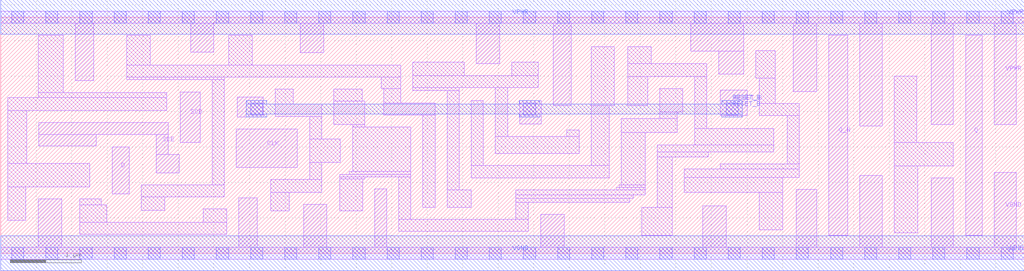
<source format=lef>
# Copyright 2020 The SkyWater PDK Authors
#
# Licensed under the Apache License, Version 2.0 (the "License");
# you may not use this file except in compliance with the License.
# You may obtain a copy of the License at
#
#     https://www.apache.org/licenses/LICENSE-2.0
#
# Unless required by applicable law or agreed to in writing, software
# distributed under the License is distributed on an "AS IS" BASIS,
# WITHOUT WARRANTIES OR CONDITIONS OF ANY KIND, either express or implied.
# See the License for the specific language governing permissions and
# limitations under the License.
#
# SPDX-License-Identifier: Apache-2.0

VERSION 5.7 ;
  NAMESCASESENSITIVE ON ;
  NOWIREEXTENSIONATPIN ON ;
  DIVIDERCHAR "/" ;
  BUSBITCHARS "[]" ;
UNITS
  DATABASE MICRONS 200 ;
END UNITS
MACRO sky130_fd_sc_lp__sdfrbp_2
  CLASS CORE ;
  SOURCE USER ;
  FOREIGN sky130_fd_sc_lp__sdfrbp_2 ;
  ORIGIN  0.000000  0.000000 ;
  SIZE  14.40000 BY  3.330000 ;
  SYMMETRY R90 ;
  SITE unit ;
  PIN D
    ANTENNAGATEAREA  0.159000 ;
    DIRECTION INPUT ;
    USE SIGNAL ;
    PORT
      LAYER li1 ;
        RECT 1.570000 0.840000 1.805000 1.495000 ;
    END
  END D
  PIN Q
    ANTENNADIFFAREA  0.588000 ;
    DIRECTION OUTPUT ;
    USE SIGNAL ;
    PORT
      LAYER li1 ;
        RECT 13.575000 0.255000 13.810000 3.075000 ;
    END
  END Q
  PIN Q_N
    ANTENNADIFFAREA  0.588000 ;
    DIRECTION OUTPUT ;
    USE SIGNAL ;
    PORT
      LAYER li1 ;
        RECT 11.650000 0.255000 11.915000 3.075000 ;
    END
  END Q_N
  PIN RESET_B
    ANTENNAGATEAREA  0.411000 ;
    DIRECTION INPUT ;
    USE SIGNAL ;
    PORT
      LAYER li1 ;
        RECT  3.325000 1.920000  3.695000 2.200000 ;
        RECT  7.300000 1.825000  7.605000 2.155000 ;
        RECT 10.125000 1.940000 10.505000 2.300000 ;
      LAYER mcon ;
        RECT  3.515000 1.950000  3.685000 2.120000 ;
        RECT  7.355000 1.950000  7.525000 2.120000 ;
        RECT 10.205000 1.950000 10.375000 2.120000 ;
      LAYER met1 ;
        RECT  3.455000 1.920000  3.745000 1.965000 ;
        RECT  3.455000 1.965000 10.435000 2.105000 ;
        RECT  3.455000 2.105000  3.745000 2.150000 ;
        RECT  7.295000 1.920000  7.585000 1.965000 ;
        RECT  7.295000 2.105000  7.585000 2.150000 ;
        RECT 10.145000 1.920000 10.435000 1.965000 ;
        RECT 10.145000 2.105000 10.435000 2.150000 ;
    END
  END RESET_B
  PIN SCD
    ANTENNAGATEAREA  0.159000 ;
    DIRECTION INPUT ;
    USE SIGNAL ;
    PORT
      LAYER li1 ;
        RECT 2.525000 1.565000 2.805000 2.275000 ;
    END
  END SCD
  PIN SCE
    ANTENNAGATEAREA  0.318000 ;
    DIRECTION INPUT ;
    USE SIGNAL ;
    PORT
      LAYER li1 ;
        RECT 0.535000 1.515000 1.345000 1.675000 ;
        RECT 0.535000 1.675000 2.355000 1.845000 ;
        RECT 2.185000 1.135000 2.515000 1.395000 ;
        RECT 2.185000 1.395000 2.355000 1.675000 ;
    END
  END SCE
  PIN CLK
    ANTENNAGATEAREA  0.315000 ;
    DIRECTION INPUT ;
    USE CLOCK ;
    PORT
      LAYER li1 ;
        RECT 3.315000 1.210000 4.175000 1.750000 ;
    END
  END CLK
  PIN VGND
    DIRECTION INOUT ;
    USE GROUND ;
    PORT
      LAYER li1 ;
        RECT  0.000000 -0.085000 14.400000 0.085000 ;
        RECT  0.525000  0.085000  0.855000 0.765000 ;
        RECT  3.350000  0.085000  3.610000 0.780000 ;
        RECT  4.260000  0.085000  4.590000 0.690000 ;
        RECT  5.260000  0.085000  5.430000 0.905000 ;
        RECT  7.595000  0.085000  7.925000 0.550000 ;
        RECT  9.880000  0.085000 10.210000 0.670000 ;
        RECT 11.190000  0.085000 11.480000 0.900000 ;
        RECT 12.085000  0.085000 12.405000 1.095000 ;
        RECT 13.095000  0.085000 13.405000 1.060000 ;
        RECT 13.980000  0.085000 14.285000 1.140000 ;
      LAYER mcon ;
        RECT  0.155000 -0.085000  0.325000 0.085000 ;
        RECT  0.635000 -0.085000  0.805000 0.085000 ;
        RECT  1.115000 -0.085000  1.285000 0.085000 ;
        RECT  1.595000 -0.085000  1.765000 0.085000 ;
        RECT  2.075000 -0.085000  2.245000 0.085000 ;
        RECT  2.555000 -0.085000  2.725000 0.085000 ;
        RECT  3.035000 -0.085000  3.205000 0.085000 ;
        RECT  3.515000 -0.085000  3.685000 0.085000 ;
        RECT  3.995000 -0.085000  4.165000 0.085000 ;
        RECT  4.475000 -0.085000  4.645000 0.085000 ;
        RECT  4.955000 -0.085000  5.125000 0.085000 ;
        RECT  5.435000 -0.085000  5.605000 0.085000 ;
        RECT  5.915000 -0.085000  6.085000 0.085000 ;
        RECT  6.395000 -0.085000  6.565000 0.085000 ;
        RECT  6.875000 -0.085000  7.045000 0.085000 ;
        RECT  7.355000 -0.085000  7.525000 0.085000 ;
        RECT  7.835000 -0.085000  8.005000 0.085000 ;
        RECT  8.315000 -0.085000  8.485000 0.085000 ;
        RECT  8.795000 -0.085000  8.965000 0.085000 ;
        RECT  9.275000 -0.085000  9.445000 0.085000 ;
        RECT  9.755000 -0.085000  9.925000 0.085000 ;
        RECT 10.235000 -0.085000 10.405000 0.085000 ;
        RECT 10.715000 -0.085000 10.885000 0.085000 ;
        RECT 11.195000 -0.085000 11.365000 0.085000 ;
        RECT 11.675000 -0.085000 11.845000 0.085000 ;
        RECT 12.155000 -0.085000 12.325000 0.085000 ;
        RECT 12.635000 -0.085000 12.805000 0.085000 ;
        RECT 13.115000 -0.085000 13.285000 0.085000 ;
        RECT 13.595000 -0.085000 13.765000 0.085000 ;
        RECT 14.075000 -0.085000 14.245000 0.085000 ;
      LAYER met1 ;
        RECT 0.000000 -0.245000 14.400000 0.245000 ;
    END
  END VGND
  PIN VPWR
    DIRECTION INOUT ;
    USE POWER ;
    PORT
      LAYER li1 ;
        RECT  0.000000 3.245000 14.400000 3.415000 ;
        RECT  1.050000 2.435000  1.310000 3.245000 ;
        RECT  2.670000 2.835000  3.000000 3.245000 ;
        RECT  4.215000 2.825000  4.545000 3.245000 ;
        RECT  6.690000 2.675000  7.020000 3.245000 ;
        RECT  7.775000 2.085000  8.025000 3.245000 ;
        RECT  9.710000 2.850000 10.455000 3.245000 ;
        RECT 10.105000 2.525000 10.455000 2.850000 ;
        RECT 11.150000 2.280000 11.480000 3.245000 ;
        RECT 12.085000 1.795000 12.405000 3.245000 ;
        RECT 13.095000 1.815000 13.405000 3.245000 ;
        RECT 13.980000 1.815000 14.285000 3.245000 ;
      LAYER mcon ;
        RECT  0.155000 3.245000  0.325000 3.415000 ;
        RECT  0.635000 3.245000  0.805000 3.415000 ;
        RECT  1.115000 3.245000  1.285000 3.415000 ;
        RECT  1.595000 3.245000  1.765000 3.415000 ;
        RECT  2.075000 3.245000  2.245000 3.415000 ;
        RECT  2.555000 3.245000  2.725000 3.415000 ;
        RECT  3.035000 3.245000  3.205000 3.415000 ;
        RECT  3.515000 3.245000  3.685000 3.415000 ;
        RECT  3.995000 3.245000  4.165000 3.415000 ;
        RECT  4.475000 3.245000  4.645000 3.415000 ;
        RECT  4.955000 3.245000  5.125000 3.415000 ;
        RECT  5.435000 3.245000  5.605000 3.415000 ;
        RECT  5.915000 3.245000  6.085000 3.415000 ;
        RECT  6.395000 3.245000  6.565000 3.415000 ;
        RECT  6.875000 3.245000  7.045000 3.415000 ;
        RECT  7.355000 3.245000  7.525000 3.415000 ;
        RECT  7.835000 3.245000  8.005000 3.415000 ;
        RECT  8.315000 3.245000  8.485000 3.415000 ;
        RECT  8.795000 3.245000  8.965000 3.415000 ;
        RECT  9.275000 3.245000  9.445000 3.415000 ;
        RECT  9.755000 3.245000  9.925000 3.415000 ;
        RECT 10.235000 3.245000 10.405000 3.415000 ;
        RECT 10.715000 3.245000 10.885000 3.415000 ;
        RECT 11.195000 3.245000 11.365000 3.415000 ;
        RECT 11.675000 3.245000 11.845000 3.415000 ;
        RECT 12.155000 3.245000 12.325000 3.415000 ;
        RECT 12.635000 3.245000 12.805000 3.415000 ;
        RECT 13.115000 3.245000 13.285000 3.415000 ;
        RECT 13.595000 3.245000 13.765000 3.415000 ;
        RECT 14.075000 3.245000 14.245000 3.415000 ;
      LAYER met1 ;
        RECT 0.000000 3.085000 14.400000 3.575000 ;
    END
  END VPWR
  OBS
    LAYER li1 ;
      RECT  0.095000 0.465000  0.355000 0.935000 ;
      RECT  0.095000 0.935000  1.255000 1.265000 ;
      RECT  0.095000 1.265000  0.365000 2.015000 ;
      RECT  0.095000 2.015000  2.335000 2.195000 ;
      RECT  0.530000 2.195000  2.335000 2.265000 ;
      RECT  0.530000 2.265000  0.880000 3.075000 ;
      RECT  1.115000 0.265000  3.180000 0.435000 ;
      RECT  1.115000 0.435000  1.490000 0.685000 ;
      RECT  1.115000 0.685000  1.415000 0.765000 ;
      RECT  1.770000 2.445000  3.145000 2.485000 ;
      RECT  1.770000 2.485000  5.625000 2.655000 ;
      RECT  1.770000 2.655000  2.100000 3.075000 ;
      RECT  1.975000 0.605000  2.305000 0.795000 ;
      RECT  1.975000 0.795000  3.145000 0.965000 ;
      RECT  2.850000 0.435000  3.180000 0.625000 ;
      RECT  2.975000 0.965000  3.145000 2.445000 ;
      RECT  3.210000 2.655000  3.540000 3.075000 ;
      RECT  3.800000 0.595000  4.060000 0.860000 ;
      RECT  3.800000 0.860000  4.515000 1.040000 ;
      RECT  3.865000 1.930000  4.515000 2.100000 ;
      RECT  3.865000 2.100000  4.115000 2.315000 ;
      RECT  4.345000 1.040000  4.515000 1.280000 ;
      RECT  4.345000 1.280000  4.780000 1.610000 ;
      RECT  4.345000 1.610000  4.515000 1.930000 ;
      RECT  4.685000 1.815000  5.120000 2.145000 ;
      RECT  4.685000 2.145000  5.085000 2.315000 ;
      RECT  4.770000 0.595000  5.090000 1.050000 ;
      RECT  4.770000 1.050000  5.120000 1.075000 ;
      RECT  4.770000 1.075000  5.770000 1.110000 ;
      RECT  4.905000 1.110000  5.770000 1.155000 ;
      RECT  4.950000 1.155000  5.770000 1.780000 ;
      RECT  4.950000 1.780000  5.120000 1.815000 ;
      RECT  5.355000 2.325000  5.625000 2.485000 ;
      RECT  5.390000 1.950000  6.110000 2.120000 ;
      RECT  5.390000 2.120000  5.625000 2.325000 ;
      RECT  5.600000 0.310000  7.425000 0.480000 ;
      RECT  5.600000 0.480000  5.770000 1.075000 ;
      RECT  5.795000 2.290000  6.450000 2.335000 ;
      RECT  5.795000 2.335000  7.565000 2.505000 ;
      RECT  5.795000 2.505000  6.520000 2.695000 ;
      RECT  5.940000 0.650000  6.110000 1.950000 ;
      RECT  6.280000 0.650000  6.620000 0.890000 ;
      RECT  6.280000 0.890000  6.450000 2.290000 ;
      RECT  6.620000 1.060000  8.560000 1.235000 ;
      RECT  6.620000 1.235000  6.790000 2.155000 ;
      RECT  6.960000 1.405000  8.140000 1.645000 ;
      RECT  6.960000 1.645000  7.130000 2.335000 ;
      RECT  7.190000 2.505000  7.565000 2.695000 ;
      RECT  7.245000 0.480000  7.425000 0.720000 ;
      RECT  7.245000 0.720000  8.850000 0.775000 ;
      RECT  7.245000 0.775000  8.900000 0.820000 ;
      RECT  7.245000 0.820000  9.070000 0.890000 ;
      RECT  7.965000 1.645000  8.140000 1.735000 ;
      RECT  8.310000 1.235000  8.560000 2.080000 ;
      RECT  8.310000 2.080000  8.630000 2.910000 ;
      RECT  8.670000 0.890000  9.070000 0.930000 ;
      RECT  8.705000 0.930000  9.070000 0.965000 ;
      RECT  8.730000 0.965000  9.070000 1.700000 ;
      RECT  8.730000 1.700000  9.515000 1.900000 ;
      RECT  8.825000 2.080000  9.105000 2.490000 ;
      RECT  8.825000 2.490000  9.935000 2.670000 ;
      RECT  8.825000 2.670000  9.155000 2.910000 ;
      RECT  9.020000 0.255000  9.445000 0.650000 ;
      RECT  9.240000 0.650000  9.445000 1.360000 ;
      RECT  9.240000 1.360000  9.955000 1.430000 ;
      RECT  9.240000 1.430000 10.875000 1.530000 ;
      RECT  9.275000 1.900000  9.515000 1.990000 ;
      RECT  9.275000 1.990000  9.595000 2.320000 ;
      RECT  9.615000 0.860000 11.000000 1.070000 ;
      RECT  9.615000 1.070000 11.235000 1.190000 ;
      RECT  9.765000 1.530000 10.875000 1.760000 ;
      RECT  9.765000 1.760000  9.935000 2.490000 ;
      RECT 10.125000 1.190000 11.235000 1.260000 ;
      RECT 10.625000 2.470000 10.895000 2.855000 ;
      RECT 10.670000 0.330000 11.000000 0.860000 ;
      RECT 10.675000 1.940000 11.235000 2.110000 ;
      RECT 10.675000 2.110000 10.895000 2.470000 ;
      RECT 11.065000 1.260000 11.235000 1.940000 ;
      RECT 12.575000 0.285000 12.905000 1.230000 ;
      RECT 12.575000 1.230000 13.405000 1.560000 ;
      RECT 12.575000 1.560000 12.885000 2.495000 ;
  END
END sky130_fd_sc_lp__sdfrbp_2

</source>
